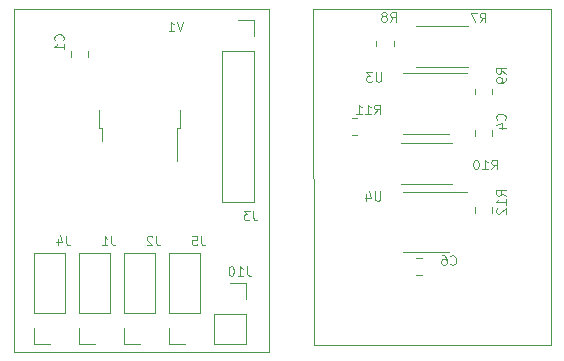
<source format=gbo>
%TF.GenerationSoftware,KiCad,Pcbnew,(5.1.7)-1*%
%TF.CreationDate,2021-06-20T23:27:28+01:00*%
%TF.ProjectId,RcDev,52634465-762e-46b6-9963-61645f706362,rev?*%
%TF.SameCoordinates,Original*%
%TF.FileFunction,Legend,Bot*%
%TF.FilePolarity,Positive*%
%FSLAX46Y46*%
G04 Gerber Fmt 4.6, Leading zero omitted, Abs format (unit mm)*
G04 Created by KiCad (PCBNEW (5.1.7)-1) date 2021-06-20 23:27:28*
%MOMM*%
%LPD*%
G01*
G04 APERTURE LIST*
%TA.AperFunction,Profile*%
%ADD10C,0.050000*%
%TD*%
%ADD11C,0.120000*%
%ADD12C,0.100000*%
G04 APERTURE END LIST*
D10*
X131038600Y-50292000D02*
X151130000Y-50292000D01*
X105689400Y-50266600D02*
X105664000Y-79349600D01*
X127254000Y-50292000D02*
X105689400Y-50266600D01*
X127279400Y-79349600D02*
X127254000Y-50292000D01*
X105664000Y-79349600D02*
X127279400Y-79349600D01*
X131064000Y-78765400D02*
X131038600Y-50292000D01*
X151130000Y-78740000D02*
X131064000Y-78765400D01*
X151130000Y-50292000D02*
X151130000Y-78740000D01*
D11*
%TO.C,J10*%
X125307400Y-73498400D02*
X123977400Y-73498400D01*
X125307400Y-74828400D02*
X125307400Y-73498400D01*
X125307400Y-76098400D02*
X122647400Y-76098400D01*
X122647400Y-76098400D02*
X122647400Y-78698400D01*
X125307400Y-76098400D02*
X125307400Y-78698400D01*
X125307400Y-78698400D02*
X122647400Y-78698400D01*
%TO.C,C6*%
X139718148Y-71375600D02*
X140240652Y-71375600D01*
X139718148Y-72845600D02*
X140240652Y-72845600D01*
%TO.C,U3*%
X140589000Y-55733000D02*
X144039000Y-55733000D01*
X140589000Y-55733000D02*
X138639000Y-55733000D01*
X140589000Y-60853000D02*
X142539000Y-60853000D01*
X140589000Y-60853000D02*
X138639000Y-60853000D01*
%TO.C,J5*%
X118812000Y-78673000D02*
X120142000Y-78673000D01*
X118812000Y-77343000D02*
X118812000Y-78673000D01*
X118812000Y-76073000D02*
X121472000Y-76073000D01*
X121472000Y-76073000D02*
X121472000Y-70933000D01*
X118812000Y-76073000D02*
X118812000Y-70933000D01*
X118812000Y-70933000D02*
X121472000Y-70933000D01*
%TO.C,V1*%
X113152000Y-60382000D02*
X113152000Y-61482000D01*
X112882000Y-60382000D02*
X113152000Y-60382000D01*
X112882000Y-58882000D02*
X112882000Y-60382000D01*
X119512000Y-60382000D02*
X119512000Y-63212000D01*
X119782000Y-60382000D02*
X119512000Y-60382000D01*
X119782000Y-58882000D02*
X119782000Y-60382000D01*
%TO.C,U4*%
X140589000Y-65766000D02*
X144039000Y-65766000D01*
X140589000Y-65766000D02*
X138639000Y-65766000D01*
X140589000Y-70886000D02*
X142539000Y-70886000D01*
X140589000Y-70886000D02*
X138639000Y-70886000D01*
%TO.C,R12*%
X144680000Y-67537064D02*
X144680000Y-67082936D01*
X146150000Y-67537064D02*
X146150000Y-67082936D01*
%TO.C,R11*%
X134720064Y-60983800D02*
X134265936Y-60983800D01*
X134720064Y-59513800D02*
X134265936Y-59513800D01*
%TO.C,R10*%
X138411936Y-61663000D02*
X142766064Y-61663000D01*
X138411936Y-65083000D02*
X142766064Y-65083000D01*
%TO.C,R9*%
X144680000Y-57504064D02*
X144680000Y-57049936D01*
X146150000Y-57504064D02*
X146150000Y-57049936D01*
%TO.C,R8*%
X136374200Y-53440064D02*
X136374200Y-52985936D01*
X137844200Y-53440064D02*
X137844200Y-52985936D01*
%TO.C,R7*%
X144086864Y-55177000D02*
X139732736Y-55177000D01*
X144086864Y-51757000D02*
X139732736Y-51757000D01*
%TO.C,J4*%
X107382000Y-78673000D02*
X108712000Y-78673000D01*
X107382000Y-77343000D02*
X107382000Y-78673000D01*
X107382000Y-76073000D02*
X110042000Y-76073000D01*
X110042000Y-76073000D02*
X110042000Y-70933000D01*
X107382000Y-76073000D02*
X107382000Y-70933000D01*
X107382000Y-70933000D02*
X110042000Y-70933000D01*
%TO.C,J2*%
X115002000Y-78673000D02*
X116332000Y-78673000D01*
X115002000Y-77343000D02*
X115002000Y-78673000D01*
X115002000Y-76073000D02*
X117662000Y-76073000D01*
X117662000Y-76073000D02*
X117662000Y-70933000D01*
X115002000Y-76073000D02*
X115002000Y-70933000D01*
X115002000Y-70933000D02*
X117662000Y-70933000D01*
%TO.C,J1*%
X111192000Y-78673000D02*
X112522000Y-78673000D01*
X111192000Y-77343000D02*
X111192000Y-78673000D01*
X111192000Y-76073000D02*
X113852000Y-76073000D01*
X113852000Y-76073000D02*
X113852000Y-70933000D01*
X111192000Y-76073000D02*
X111192000Y-70933000D01*
X111192000Y-70933000D02*
X113852000Y-70933000D01*
%TO.C,C4*%
X144680000Y-61094252D02*
X144680000Y-60571748D01*
X146150000Y-61094252D02*
X146150000Y-60571748D01*
%TO.C,C1*%
X110517000Y-54363252D02*
X110517000Y-53840748D01*
X111987000Y-54363252D02*
X111987000Y-53840748D01*
%TO.C,J3*%
X125980500Y-51248000D02*
X124650500Y-51248000D01*
X125980500Y-52578000D02*
X125980500Y-51248000D01*
X125980500Y-53848000D02*
X123320500Y-53848000D01*
X123320500Y-53848000D02*
X123320500Y-66608000D01*
X125980500Y-53848000D02*
X125980500Y-66608000D01*
X125980500Y-66608000D02*
X123320500Y-66608000D01*
%TD*%
%TO.C,J10*%
D12*
X125412419Y-72078904D02*
X125412419Y-72650333D01*
X125450514Y-72764619D01*
X125526704Y-72840809D01*
X125640990Y-72878904D01*
X125717180Y-72878904D01*
X124612419Y-72878904D02*
X125069561Y-72878904D01*
X124840990Y-72878904D02*
X124840990Y-72078904D01*
X124917180Y-72193190D01*
X124993371Y-72269380D01*
X125069561Y-72307476D01*
X124117180Y-72078904D02*
X124040990Y-72078904D01*
X123964800Y-72117000D01*
X123926704Y-72155095D01*
X123888609Y-72231285D01*
X123850514Y-72383666D01*
X123850514Y-72574142D01*
X123888609Y-72726523D01*
X123926704Y-72802714D01*
X123964800Y-72840809D01*
X124040990Y-72878904D01*
X124117180Y-72878904D01*
X124193371Y-72840809D01*
X124231466Y-72802714D01*
X124269561Y-72726523D01*
X124307657Y-72574142D01*
X124307657Y-72383666D01*
X124269561Y-72231285D01*
X124231466Y-72155095D01*
X124193371Y-72117000D01*
X124117180Y-72078904D01*
%TO.C,C6*%
X142627333Y-71888314D02*
X142665428Y-71926409D01*
X142779714Y-71964504D01*
X142855904Y-71964504D01*
X142970190Y-71926409D01*
X143046380Y-71850219D01*
X143084476Y-71774028D01*
X143122571Y-71621647D01*
X143122571Y-71507361D01*
X143084476Y-71354980D01*
X143046380Y-71278790D01*
X142970190Y-71202600D01*
X142855904Y-71164504D01*
X142779714Y-71164504D01*
X142665428Y-71202600D01*
X142627333Y-71240695D01*
X141941619Y-71164504D02*
X142094000Y-71164504D01*
X142170190Y-71202600D01*
X142208285Y-71240695D01*
X142284476Y-71354980D01*
X142322571Y-71507361D01*
X142322571Y-71812123D01*
X142284476Y-71888314D01*
X142246380Y-71926409D01*
X142170190Y-71964504D01*
X142017809Y-71964504D01*
X141941619Y-71926409D01*
X141903523Y-71888314D01*
X141865428Y-71812123D01*
X141865428Y-71621647D01*
X141903523Y-71545457D01*
X141941619Y-71507361D01*
X142017809Y-71469266D01*
X142170190Y-71469266D01*
X142246380Y-71507361D01*
X142284476Y-71545457D01*
X142322571Y-71621647D01*
%TO.C,U3*%
X136778923Y-55645104D02*
X136778923Y-56292723D01*
X136740828Y-56368914D01*
X136702733Y-56407009D01*
X136626542Y-56445104D01*
X136474161Y-56445104D01*
X136397971Y-56407009D01*
X136359876Y-56368914D01*
X136321780Y-56292723D01*
X136321780Y-55645104D01*
X136017019Y-55645104D02*
X135521780Y-55645104D01*
X135788447Y-55949866D01*
X135674161Y-55949866D01*
X135597971Y-55987961D01*
X135559876Y-56026057D01*
X135521780Y-56102247D01*
X135521780Y-56292723D01*
X135559876Y-56368914D01*
X135597971Y-56407009D01*
X135674161Y-56445104D01*
X135902733Y-56445104D01*
X135978923Y-56407009D01*
X136017019Y-56368914D01*
%TO.C,J5*%
X121526266Y-69513504D02*
X121526266Y-70084933D01*
X121564361Y-70199219D01*
X121640552Y-70275409D01*
X121754838Y-70313504D01*
X121831028Y-70313504D01*
X120764361Y-69513504D02*
X121145314Y-69513504D01*
X121183409Y-69894457D01*
X121145314Y-69856361D01*
X121069123Y-69818266D01*
X120878647Y-69818266D01*
X120802457Y-69856361D01*
X120764361Y-69894457D01*
X120726266Y-69970647D01*
X120726266Y-70161123D01*
X120764361Y-70237314D01*
X120802457Y-70275409D01*
X120878647Y-70313504D01*
X121069123Y-70313504D01*
X121145314Y-70275409D01*
X121183409Y-70237314D01*
%TO.C,V1*%
X120002219Y-51377904D02*
X119735552Y-52177904D01*
X119468885Y-51377904D01*
X118783171Y-52177904D02*
X119240314Y-52177904D01*
X119011742Y-52177904D02*
X119011742Y-51377904D01*
X119087933Y-51492190D01*
X119164123Y-51568380D01*
X119240314Y-51606476D01*
%TO.C,U4*%
X136702723Y-65728904D02*
X136702723Y-66376523D01*
X136664628Y-66452714D01*
X136626533Y-66490809D01*
X136550342Y-66528904D01*
X136397961Y-66528904D01*
X136321771Y-66490809D01*
X136283676Y-66452714D01*
X136245580Y-66376523D01*
X136245580Y-65728904D01*
X135521771Y-65995571D02*
X135521771Y-66528904D01*
X135712247Y-65690809D02*
X135902723Y-66262238D01*
X135407485Y-66262238D01*
%TO.C,R12*%
X147300904Y-66109914D02*
X146919952Y-65843247D01*
X147300904Y-65652771D02*
X146500904Y-65652771D01*
X146500904Y-65957533D01*
X146539000Y-66033723D01*
X146577095Y-66071819D01*
X146653285Y-66109914D01*
X146767571Y-66109914D01*
X146843761Y-66071819D01*
X146881857Y-66033723D01*
X146919952Y-65957533D01*
X146919952Y-65652771D01*
X147300904Y-66871819D02*
X147300904Y-66414676D01*
X147300904Y-66643247D02*
X146500904Y-66643247D01*
X146615190Y-66567057D01*
X146691380Y-66490866D01*
X146729476Y-66414676D01*
X146577095Y-67176580D02*
X146539000Y-67214676D01*
X146500904Y-67290866D01*
X146500904Y-67481342D01*
X146539000Y-67557533D01*
X146577095Y-67595628D01*
X146653285Y-67633723D01*
X146729476Y-67633723D01*
X146843761Y-67595628D01*
X147300904Y-67138485D01*
X147300904Y-67633723D01*
%TO.C,R11*%
X136201085Y-59188304D02*
X136467752Y-58807352D01*
X136658228Y-59188304D02*
X136658228Y-58388304D01*
X136353466Y-58388304D01*
X136277276Y-58426400D01*
X136239180Y-58464495D01*
X136201085Y-58540685D01*
X136201085Y-58654971D01*
X136239180Y-58731161D01*
X136277276Y-58769257D01*
X136353466Y-58807352D01*
X136658228Y-58807352D01*
X135439180Y-59188304D02*
X135896323Y-59188304D01*
X135667752Y-59188304D02*
X135667752Y-58388304D01*
X135743942Y-58502590D01*
X135820133Y-58578780D01*
X135896323Y-58616876D01*
X134677276Y-59188304D02*
X135134419Y-59188304D01*
X134905847Y-59188304D02*
X134905847Y-58388304D01*
X134982038Y-58502590D01*
X135058228Y-58578780D01*
X135134419Y-58616876D01*
%TO.C,R10*%
X146107085Y-63861904D02*
X146373752Y-63480952D01*
X146564228Y-63861904D02*
X146564228Y-63061904D01*
X146259466Y-63061904D01*
X146183276Y-63100000D01*
X146145180Y-63138095D01*
X146107085Y-63214285D01*
X146107085Y-63328571D01*
X146145180Y-63404761D01*
X146183276Y-63442857D01*
X146259466Y-63480952D01*
X146564228Y-63480952D01*
X145345180Y-63861904D02*
X145802323Y-63861904D01*
X145573752Y-63861904D02*
X145573752Y-63061904D01*
X145649942Y-63176190D01*
X145726133Y-63252380D01*
X145802323Y-63290476D01*
X144849942Y-63061904D02*
X144773752Y-63061904D01*
X144697561Y-63100000D01*
X144659466Y-63138095D01*
X144621371Y-63214285D01*
X144583276Y-63366666D01*
X144583276Y-63557142D01*
X144621371Y-63709523D01*
X144659466Y-63785714D01*
X144697561Y-63823809D01*
X144773752Y-63861904D01*
X144849942Y-63861904D01*
X144926133Y-63823809D01*
X144964228Y-63785714D01*
X145002323Y-63709523D01*
X145040419Y-63557142D01*
X145040419Y-63366666D01*
X145002323Y-63214285D01*
X144964228Y-63138095D01*
X144926133Y-63100000D01*
X144849942Y-63061904D01*
%TO.C,R9*%
X147326304Y-55772066D02*
X146945352Y-55505400D01*
X147326304Y-55314923D02*
X146526304Y-55314923D01*
X146526304Y-55619685D01*
X146564400Y-55695876D01*
X146602495Y-55733971D01*
X146678685Y-55772066D01*
X146792971Y-55772066D01*
X146869161Y-55733971D01*
X146907257Y-55695876D01*
X146945352Y-55619685D01*
X146945352Y-55314923D01*
X147326304Y-56153019D02*
X147326304Y-56305400D01*
X147288209Y-56381590D01*
X147250114Y-56419685D01*
X147135828Y-56495876D01*
X146983447Y-56533971D01*
X146678685Y-56533971D01*
X146602495Y-56495876D01*
X146564400Y-56457780D01*
X146526304Y-56381590D01*
X146526304Y-56229209D01*
X146564400Y-56153019D01*
X146602495Y-56114923D01*
X146678685Y-56076828D01*
X146869161Y-56076828D01*
X146945352Y-56114923D01*
X146983447Y-56153019D01*
X147021542Y-56229209D01*
X147021542Y-56381590D01*
X146983447Y-56457780D01*
X146945352Y-56495876D01*
X146869161Y-56533971D01*
%TO.C,R8*%
X137547333Y-51365104D02*
X137814000Y-50984152D01*
X138004476Y-51365104D02*
X138004476Y-50565104D01*
X137699714Y-50565104D01*
X137623523Y-50603200D01*
X137585428Y-50641295D01*
X137547333Y-50717485D01*
X137547333Y-50831771D01*
X137585428Y-50907961D01*
X137623523Y-50946057D01*
X137699714Y-50984152D01*
X138004476Y-50984152D01*
X137090190Y-50907961D02*
X137166380Y-50869866D01*
X137204476Y-50831771D01*
X137242571Y-50755580D01*
X137242571Y-50717485D01*
X137204476Y-50641295D01*
X137166380Y-50603200D01*
X137090190Y-50565104D01*
X136937809Y-50565104D01*
X136861619Y-50603200D01*
X136823523Y-50641295D01*
X136785428Y-50717485D01*
X136785428Y-50755580D01*
X136823523Y-50831771D01*
X136861619Y-50869866D01*
X136937809Y-50907961D01*
X137090190Y-50907961D01*
X137166380Y-50946057D01*
X137204476Y-50984152D01*
X137242571Y-51060342D01*
X137242571Y-51212723D01*
X137204476Y-51288914D01*
X137166380Y-51327009D01*
X137090190Y-51365104D01*
X136937809Y-51365104D01*
X136861619Y-51327009D01*
X136823523Y-51288914D01*
X136785428Y-51212723D01*
X136785428Y-51060342D01*
X136823523Y-50984152D01*
X136861619Y-50946057D01*
X136937809Y-50907961D01*
%TO.C,R7*%
X145141933Y-51415904D02*
X145408600Y-51034952D01*
X145599076Y-51415904D02*
X145599076Y-50615904D01*
X145294314Y-50615904D01*
X145218123Y-50654000D01*
X145180028Y-50692095D01*
X145141933Y-50768285D01*
X145141933Y-50882571D01*
X145180028Y-50958761D01*
X145218123Y-50996857D01*
X145294314Y-51034952D01*
X145599076Y-51034952D01*
X144875266Y-50615904D02*
X144341933Y-50615904D01*
X144684790Y-51415904D01*
%TO.C,J4*%
X110096266Y-69513504D02*
X110096266Y-70084933D01*
X110134361Y-70199219D01*
X110210552Y-70275409D01*
X110324838Y-70313504D01*
X110401028Y-70313504D01*
X109372457Y-69780171D02*
X109372457Y-70313504D01*
X109562933Y-69475409D02*
X109753409Y-70046838D01*
X109258171Y-70046838D01*
%TO.C,J2*%
X117716266Y-69513504D02*
X117716266Y-70084933D01*
X117754361Y-70199219D01*
X117830552Y-70275409D01*
X117944838Y-70313504D01*
X118021028Y-70313504D01*
X117373409Y-69589695D02*
X117335314Y-69551600D01*
X117259123Y-69513504D01*
X117068647Y-69513504D01*
X116992457Y-69551600D01*
X116954361Y-69589695D01*
X116916266Y-69665885D01*
X116916266Y-69742076D01*
X116954361Y-69856361D01*
X117411504Y-70313504D01*
X116916266Y-70313504D01*
%TO.C,J1*%
X113931666Y-69513504D02*
X113931666Y-70084933D01*
X113969761Y-70199219D01*
X114045952Y-70275409D01*
X114160238Y-70313504D01*
X114236428Y-70313504D01*
X113131666Y-70313504D02*
X113588809Y-70313504D01*
X113360238Y-70313504D02*
X113360238Y-69513504D01*
X113436428Y-69627790D01*
X113512619Y-69703980D01*
X113588809Y-69742076D01*
%TO.C,C4*%
X147224714Y-59658266D02*
X147262809Y-59620171D01*
X147300904Y-59505885D01*
X147300904Y-59429695D01*
X147262809Y-59315409D01*
X147186619Y-59239219D01*
X147110428Y-59201123D01*
X146958047Y-59163028D01*
X146843761Y-59163028D01*
X146691380Y-59201123D01*
X146615190Y-59239219D01*
X146539000Y-59315409D01*
X146500904Y-59429695D01*
X146500904Y-59505885D01*
X146539000Y-59620171D01*
X146577095Y-59658266D01*
X146767571Y-60343980D02*
X147300904Y-60343980D01*
X146462809Y-60153504D02*
X147034238Y-59963028D01*
X147034238Y-60458266D01*
%TO.C,C1*%
X109823214Y-52952666D02*
X109861309Y-52914571D01*
X109899404Y-52800285D01*
X109899404Y-52724095D01*
X109861309Y-52609809D01*
X109785119Y-52533619D01*
X109708928Y-52495523D01*
X109556547Y-52457428D01*
X109442261Y-52457428D01*
X109289880Y-52495523D01*
X109213690Y-52533619D01*
X109137500Y-52609809D01*
X109099404Y-52724095D01*
X109099404Y-52800285D01*
X109137500Y-52914571D01*
X109175595Y-52952666D01*
X109899404Y-53714571D02*
X109899404Y-53257428D01*
X109899404Y-53486000D02*
X109099404Y-53486000D01*
X109213690Y-53409809D01*
X109289880Y-53333619D01*
X109327976Y-53257428D01*
%TO.C,J3*%
X125933166Y-67379904D02*
X125933166Y-67951333D01*
X125971261Y-68065619D01*
X126047452Y-68141809D01*
X126161738Y-68179904D01*
X126237928Y-68179904D01*
X125628404Y-67379904D02*
X125133166Y-67379904D01*
X125399833Y-67684666D01*
X125285547Y-67684666D01*
X125209357Y-67722761D01*
X125171261Y-67760857D01*
X125133166Y-67837047D01*
X125133166Y-68027523D01*
X125171261Y-68103714D01*
X125209357Y-68141809D01*
X125285547Y-68179904D01*
X125514119Y-68179904D01*
X125590309Y-68141809D01*
X125628404Y-68103714D01*
%TD*%
M02*

</source>
